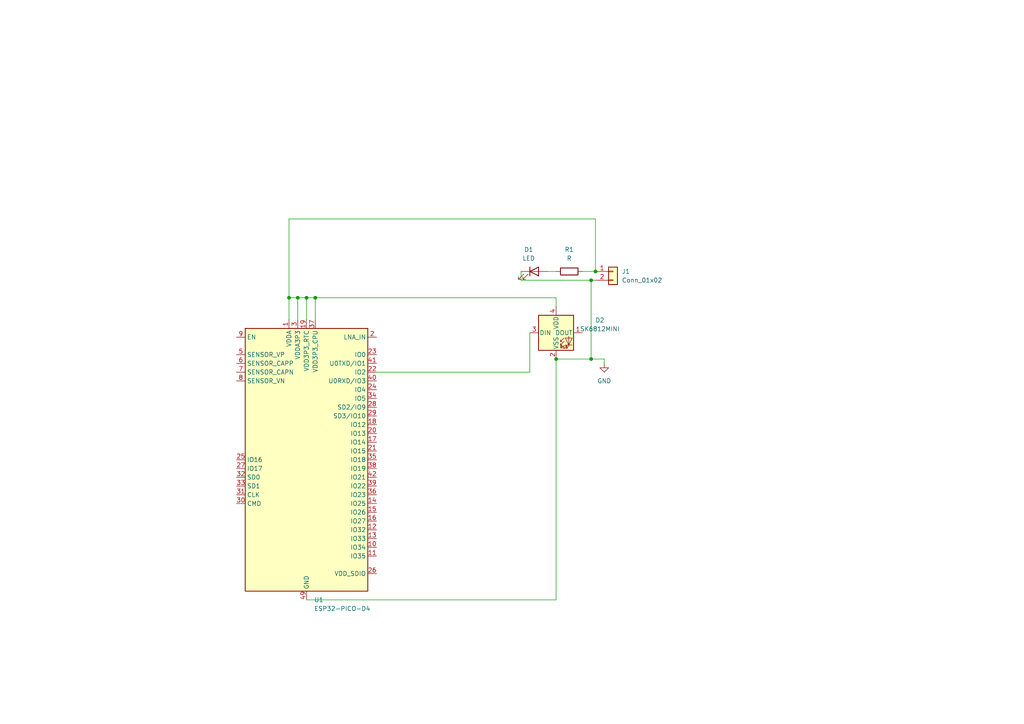
<source format=kicad_sch>
(kicad_sch (version 20230121) (generator eeschema)
  (paper "A4")
  (lib_symbols
    (symbol "Connector_Generic:Conn_01x02" (pin_names (offset 1.016) hide)
      (property "Reference" "J" (at 0 2.54 0))
      (property "Value" "Conn_01x02" (at 0 -5.08 0))
      (symbol "Conn_01x02_1_1"
        (rectangle (start -1.27 -2.413) (end 0 -2.667) (stroke (width 0.1524)))
        (rectangle (start -1.27 0.127) (end 0 -0.127) (stroke (width 0.1524)))
        (rectangle (start -1.27 1.27) (end 1.27 -3.81) (stroke (width 0.254)) (fill (type background)))
        (pin passive line (at -5.08 0 0) (length 3.81) (name "Pin_1") (number "1"))
        (pin passive line (at -5.08 -2.54 0) (length 3.81) (name "Pin_2") (number "2"))
      )
    )
    (symbol "Device:LED" (pin_numbers hide) (pin_names (offset 1.016) hide)
      (property "Reference" "D" (at 0 2.54 0))
      (property "Value" "LED" (at 0 -2.54 0))
      (symbol "LED_0_1"
        (polyline (pts (xy -1.27 -1.27) (xy -1.27 1.27)) (stroke (width 0.254)))
        (polyline (pts (xy -1.27 0) (xy 1.27 0)))
        (polyline (pts (xy 1.27 -1.27) (xy 1.27 1.27) (xy -1.27 0) (xy 1.27 -1.27)) (stroke (width 0.254)))
        (polyline (pts (xy -3.048 -0.762) (xy -4.572 -2.286) (xy -3.81 -2.286) (xy -4.572 -2.286) (xy -4.572 -1.524)))
        (polyline (pts (xy -1.778 -0.762) (xy -3.302 -2.286) (xy -2.54 -2.286) (xy -3.302 -2.286) (xy -3.302 -1.524)))
      )
      (symbol "LED_1_1"
        (pin passive line (at -3.81 0 0) (length 2.54) (name "K") (number "1"))
        (pin passive line (at 3.81 0 180) (length 2.54) (name "A") (number "2"))
      )
    )
    (symbol "Device:R" (pin_numbers hide) (pin_names (offset 0))
      (property "Reference" "R" (at 2.032 0 90))
      (property "Value" "R" (at 0 0 90))
      (symbol "R_0_1"
        (rectangle (start -1.016 -2.54) (end 1.016 2.54) (stroke (width 0.254)))
      )
      (symbol "R_1_1"
        (pin passive line (at 0 3.81 270) (length 1.27) (name "~") (number "1"))
        (pin passive line (at 0 -3.81 90) (length 1.27) (name "~") (number "2"))
      )
    )
    (symbol "LED:SK6812MINI" (pin_names (offset 0.254))
      (property "Reference" "D" (at 5.08 5.715 0))
      (property "Value" "SK6812MINI" (at 1.27 -5.715 0))
      (symbol "SK6812MINI_0_0"
        (text "RGB" (at 2.286 -4.191 0) (effects (font (size 0.762 0.762))))
      )
      (symbol "SK6812MINI_0_1"
        (polyline (pts (xy 1.27 -3.556) (xy 1.778 -3.556)))
        (polyline (pts (xy 1.27 -2.54) (xy 1.778 -2.54)))
        (polyline (pts (xy 4.699 -3.556) (xy 2.667 -3.556)))
        (polyline (pts (xy 2.286 -2.54) (xy 1.27 -3.556) (xy 1.27 -3.048)))
        (polyline (pts (xy 2.286 -1.524) (xy 1.27 -2.54) (xy 1.27 -2.032)))
        (polyline (pts (xy 3.683 -1.016) (xy 3.683 -3.556) (xy 3.683 -4.064)))
        (polyline (pts (xy 4.699 -1.524) (xy 2.667 -1.524) (xy 3.683 -3.556) (xy 4.699 -1.524)))
        (rectangle (start 5.08 5.08) (end -5.08 -5.08) (stroke (width 0.254)) (fill (type background)))
      )
      (symbol "SK6812MINI_1_1"
        (pin output line (at 7.62 0 180) (length 2.54) (name "DOUT") (number "1"))
        (pin power_in line (at 0 -7.62 90) (length 2.54) (name "VSS") (number "2"))
        (pin input line (at -7.62 0 0) (length 2.54) (name "DIN") (number "3"))
        (pin power_in line (at 0 7.62 270) (length 2.54) (name "VDD") (number "4"))
      )
    )
    (symbol "RF_Module:ESP32-PICO-D4"
      (property "Reference" "U" (at -17.78 39.37 0))
      (property "Value" "ESP32-PICO-D4" (at 3.81 39.37 0))
      (symbol "ESP32-PICO-D4_0_0"
        (pin power_in line (at -5.08 40.64 270) (length 2.54) (name "VDDA") (number "1"))
        (pin input line (at 20.32 -25.4 180) (length 2.54) (name "IO34") (number "10"))
        (pin input line (at 20.32 -27.94 180) (length 2.54) (name "IO35") (number "11"))
        (pin bidirectional line (at 20.32 -20.32 180) (length 2.54) (name "IO32") (number "12"))
        (pin bidirectional line (at 20.32 -22.86 180) (length 2.54) (name "IO33") (number "13"))
        (pin bidirectional line (at 20.32 -12.7 180) (length 2.54) (name "IO25") (number "14"))
        (pin bidirectional line (at 20.32 -15.24 180) (length 2.54) (name "IO26") (number "15"))
        (pin bidirectional line (at 20.32 -17.78 180) (length 2.54) (name "IO27") (number "16"))
        (pin bidirectional line (at 20.32 5.08 180) (length 2.54) (name "IO14") (number "17"))
        (pin bidirectional line (at 20.32 10.16 180) (length 2.54) (name "IO12") (number "18"))
        (pin power_in line (at 0 40.64 270) (length 2.54) (name "VDD3P3_RTC") (number "19"))
        (pin bidirectional line (at 20.32 35.56 180) (length 2.54) (name "LNA_IN") (number "2"))
        (pin bidirectional line (at 20.32 7.62 180) (length 2.54) (name "IO13") (number "20"))
        (pin bidirectional line (at 20.32 2.54 180) (length 2.54) (name "IO15") (number "21"))
        (pin bidirectional line (at 20.32 25.4 180) (length 2.54) (name "IO2") (number "22"))
        (pin bidirectional line (at 20.32 30.48 180) (length 2.54) (name "IO0") (number "23"))
        (pin bidirectional line (at 20.32 20.32 180) (length 2.54) (name "IO4") (number "24"))
        (pin bidirectional line (at -20.32 0 0) (length 2.54) (name "IO16") (number "25"))
        (pin power_out line (at 20.32 -33.02 180) (length 2.54) (name "VDD_SDIO") (number "26"))
        (pin bidirectional line (at -20.32 -2.54 0) (length 2.54) (name "IO17") (number "27"))
        (pin bidirectional line (at 20.32 15.24 180) (length 2.54) (name "SD2/IO9") (number "28"))
        (pin bidirectional line (at 20.32 12.7 180) (length 2.54) (name "SD3/IO10") (number "29"))
        (pin power_in line (at -2.54 40.64 270) (length 2.54) (name "VDDA3P3") (number "3"))
        (pin bidirectional line (at -20.32 -12.7 0) (length 2.54) (name "CMD") (number "30"))
        (pin bidirectional line (at -20.32 -10.16 0) (length 2.54) (name "CLK") (number "31"))
        (pin bidirectional line (at -20.32 -5.08 0) (length 2.54) (name "SD0") (number "32"))
        (pin bidirectional line (at -20.32 -7.62 0) (length 2.54) (name "SD1") (number "33"))
        (pin bidirectional line (at 20.32 17.78 180) (length 2.54) (name "IO5") (number "34"))
        (pin bidirectional line (at 20.32 0 180) (length 2.54) (name "IO18") (number "35"))
        (pin bidirectional line (at 20.32 -10.16 180) (length 2.54) (name "IO23") (number "36"))
        (pin power_in line (at 2.54 40.64 270) (length 2.54) (name "VDD3P3_CPU") (number "37"))
        (pin bidirectional line (at 20.32 -2.54 180) (length 2.54) (name "IO19") (number "38"))
        (pin bidirectional line (at 20.32 -7.62 180) (length 2.54) (name "IO22") (number "39"))
        (pin passive line (at -2.54 40.64 270) (length 2.54) hide (name "VDDA3P3") (number "4"))
        (pin bidirectional line (at 20.32 22.86 180) (length 2.54) (name "U0RXD/IO3") (number "40"))
        (pin bidirectional line (at 20.32 27.94 180) (length 2.54) (name "U0TXD/IO1") (number "41"))
        (pin bidirectional line (at 20.32 -5.08 180) (length 2.54) (name "IO21") (number "42"))
        (pin passive line (at -5.08 40.64 270) (length 2.54) hide (name "VDDA") (number "43"))
        (pin no_connect line (at -17.78 -25.4 0) (length 2.54) hide (name "XTAL_N_NC") (number "44"))
        (pin no_connect line (at -17.78 -27.94 0) (length 2.54) hide (name "XTAL_P_NC") (number "45"))
        (pin passive line (at -5.08 40.64 270) (length 2.54) hide (name "VDDA") (number "46"))
        (pin no_connect line (at -17.78 -30.48 0) (length 2.54) hide (name "CAP2_NC") (number "47"))
        (pin no_connect line (at -17.78 -33.02 0) (length 2.54) hide (name "CAP1_NC") (number "48"))
        (pin power_in line (at 0 -40.64 90) (length 2.54) (name "GND") (number "49"))
        (pin input line (at -20.32 30.48 0) (length 2.54) (name "SENSOR_VP") (number "5"))
        (pin input line (at -20.32 27.94 0) (length 2.54) (name "SENSOR_CAPP") (number "6"))
        (pin input line (at -20.32 25.4 0) (length 2.54) (name "SENSOR_CAPN") (number "7"))
        (pin input line (at -20.32 22.86 0) (length 2.54) (name "SENSOR_VN") (number "8"))
        (pin input line (at -20.32 35.56 0) (length 2.54) (name "EN") (number "9"))
      )
      (symbol "ESP32-PICO-D4_0_1"
        (rectangle (start -17.78 38.1) (end 17.78 -38.1) (stroke (width 0.254)) (fill (type background)))
      )
    )
    (symbol "power:GND" (power) (pin_names (offset 0))
      (property "Value" "GND" (at 0 -3.81 0))
      (symbol "GND_0_1"
        (polyline (pts (xy 0 0) (xy 0 -1.27) (xy 1.27 -1.27) (xy 0 -2.54) (xy -1.27 -1.27) (xy 0 -1.27)))
      )
      (symbol "GND_1_1"
        (pin power_in line (at 0 0 270) (length 0) hide (name "GND") (number "1"))
      )
    )
  )
  (junction (at 161.29 104.14))
  (junction (at 83.82 86.36))
  (junction (at 88.9 86.36))
  (junction (at 86.36 86.36))
  (junction (at 171.45 81.28))
  (junction (at 91.44 86.36))
  (junction (at 172.72 78.74))
  (junction (at 171.45 104.14))
  (wire (pts (xy 83.82 86.36) (xy 86.36 86.36)))
  (wire (pts (xy 172.72 78.74) (xy 172.72 63.5)))
  (wire (pts (xy 161.29 173.99) (xy 161.29 104.14)))
  (wire (pts (xy 168.91 78.74) (xy 172.72 78.74)))
  (wire (pts (xy 171.45 104.14) (xy 175.26 104.14)))
  (wire (pts (xy 83.82 63.5) (xy 83.82 86.36)))
  (wire (pts (xy 153.67 107.95) (xy 153.67 96.52)))
  (wire (pts (xy 86.36 86.36) (xy 86.36 92.71)))
  (wire (pts (xy 151.13 81.28) (xy 171.45 81.28)))
  (wire (pts (xy 171.45 81.28) (xy 171.45 104.14)))
  (wire (pts (xy 161.29 86.36) (xy 161.29 88.9)))
  (wire (pts (xy 172.72 63.5) (xy 83.82 63.5)))
  (wire (pts (xy 151.13 78.74) (xy 151.13 81.28)))
  (wire (pts (xy 86.36 86.36) (xy 88.9 86.36)))
  (wire (pts (xy 175.26 104.14) (xy 175.26 105.41)))
  (wire (pts (xy 91.44 86.36) (xy 161.29 86.36)))
  (wire (pts (xy 161.29 104.14) (xy 171.45 104.14)))
  (wire (pts (xy 83.82 86.36) (xy 83.82 92.71)))
  (wire (pts (xy 88.9 86.36) (xy 88.9 92.71)))
  (wire (pts (xy 88.9 86.36) (xy 91.44 86.36)))
  (wire (pts (xy 171.45 81.28) (xy 172.72 81.28)))
  (wire (pts (xy 88.9 173.99) (xy 161.29 173.99)))
  (wire (pts (xy 153.67 107.95) (xy 109.22 107.95)))
  (wire (pts (xy 158.75 78.74) (xy 161.29 78.74)))
  (wire (pts (xy 91.44 86.36) (xy 91.44 92.71)))
  (symbol (lib_id "Device:R") (at 165.1 78.74 270) (unit 1)
    (property "Reference" "R1" (at 165.1 72.39 90))
    (property "Value" "R" (at 165.1 74.93 90))
    (property "Footprint" "Resistor_SMD:R_0603_1608Metric" (effects hide))
  )
  (symbol (lib_id "Connector_Generic:Conn_01x02") (at 177.8 78.74 0) (unit 1)
    (property "Reference" "J1" (at 180.34 78.74 0) (effects (justify left)))
    (property "Value" "Conn_01x02" (at 180.34 81.28 0) (effects (justify left)))
    (property "Footprint" "Connector_PinSocket_2.54mm:PinSocket_1x02_P2.54mm_Vertical" (effects hide))
  )
  (symbol (lib_id "LED:SK6812MINI") (at 161.29 96.52 0) (unit 1)
    (property "Reference" "D2" (at 173.99 92.8721 0))
    (property "Value" "SK6812MINI" (at 173.99 95.4121 0))
    (property "Footprint" "LED_SMD:LED_SK6812MINI_PLCC4_3.5x3.5mm_P1.75mm" (effects hide))
    (property "Datasheet" "https://cdn-shop.adafruit.com/product-files/2686/SK6812MINI_REV.01-1-2.pdf" (effects hide))
  )
  (symbol (lib_id "power:GND") (at 175.26 105.41 0) (unit 1)
    (property "Reference" "#PWR03" (effects hide))
    (property "Value" "GND" (at 175.26 110.49 0))
  )
  (symbol (lib_id "RF_Module:ESP32-PICO-D4") (at 88.9 133.35 0) (unit 1)
    (property "Reference" "U1" (at 91.0941 173.99 0) (effects (justify left)))
    (property "Value" "ESP32-PICO-D4" (at 91.0941 176.53 0) (effects (justify left)))
    (property "Footprint" "Package_DFN_QFN:QFN-48-1EP_7x7mm_P0.5mm_EP5.3x5.3mm" (effects hide))
    (property "Datasheet" "https://www.espressif.com/sites/default/files/documentation/esp32-pico-d4_datasheet_en.pdf" (effects hide))
  )
  (symbol (lib_id "Device:LED") (at 154.94 78.74 0) (unit 1)
    (property "Reference" "D1" (at 153.3525 72.39 0))
    (property "Value" "LED" (at 153.3525 74.93 0))
    (property "Footprint" "LED_SMD:LED_1W_3W_R8" (effects hide))
  )
)
</source>
